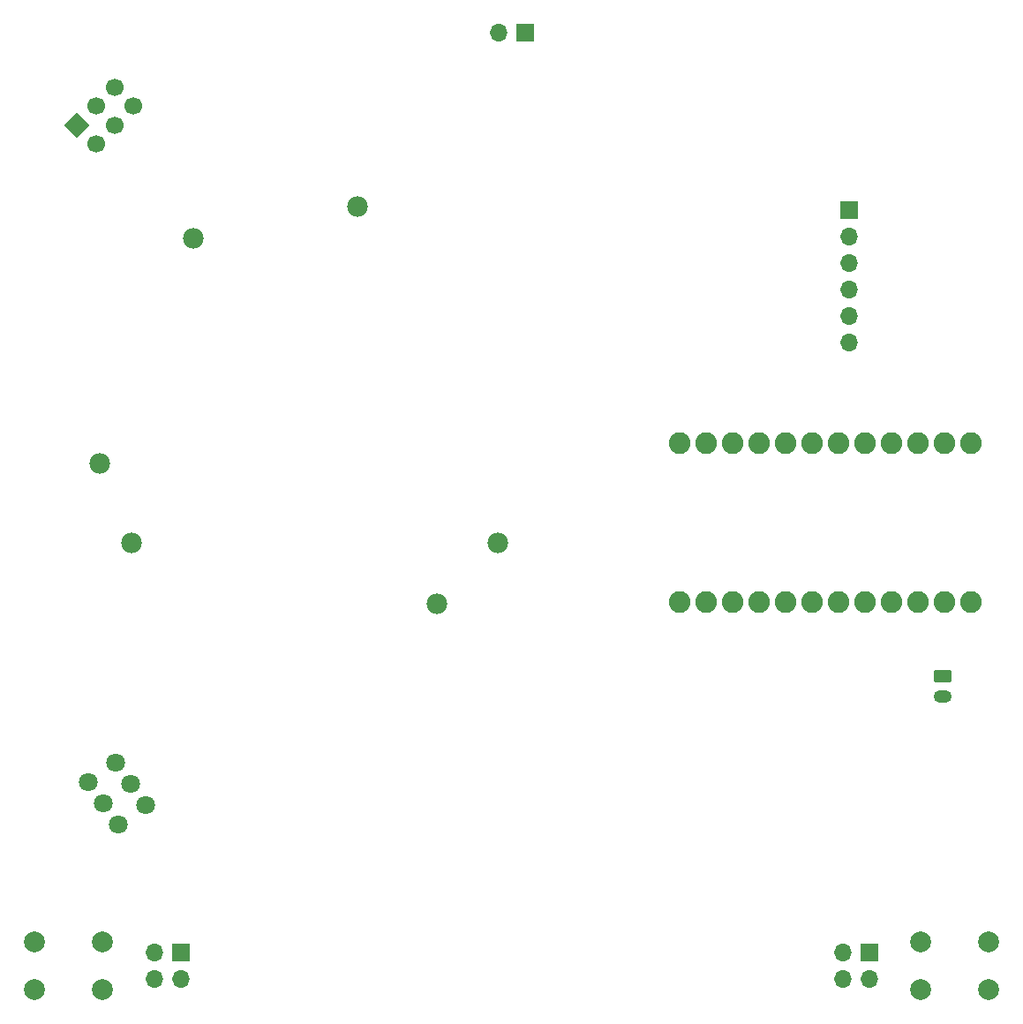
<source format=gbr>
%TF.GenerationSoftware,KiCad,Pcbnew,(6.0.7)*%
%TF.CreationDate,2022-08-23T13:49:22-07:00*%
%TF.ProjectId,DC31_Cnet_Badge_Rear,44433331-5f43-46e6-9574-5f4261646765,rev?*%
%TF.SameCoordinates,Original*%
%TF.FileFunction,Soldermask,Bot*%
%TF.FilePolarity,Negative*%
%FSLAX46Y46*%
G04 Gerber Fmt 4.6, Leading zero omitted, Abs format (unit mm)*
G04 Created by KiCad (PCBNEW (6.0.7)) date 2022-08-23 13:49:22*
%MOMM*%
%LPD*%
G01*
G04 APERTURE LIST*
G04 Aperture macros list*
%AMRoundRect*
0 Rectangle with rounded corners*
0 $1 Rounding radius*
0 $2 $3 $4 $5 $6 $7 $8 $9 X,Y pos of 4 corners*
0 Add a 4 corners polygon primitive as box body*
4,1,4,$2,$3,$4,$5,$6,$7,$8,$9,$2,$3,0*
0 Add four circle primitives for the rounded corners*
1,1,$1+$1,$2,$3*
1,1,$1+$1,$4,$5*
1,1,$1+$1,$6,$7*
1,1,$1+$1,$8,$9*
0 Add four rect primitives between the rounded corners*
20,1,$1+$1,$2,$3,$4,$5,0*
20,1,$1+$1,$4,$5,$6,$7,0*
20,1,$1+$1,$6,$7,$8,$9,0*
20,1,$1+$1,$8,$9,$2,$3,0*%
%AMHorizOval*
0 Thick line with rounded ends*
0 $1 width*
0 $2 $3 position (X,Y) of the first rounded end (center of the circle)*
0 $4 $5 position (X,Y) of the second rounded end (center of the circle)*
0 Add line between two ends*
20,1,$1,$2,$3,$4,$5,0*
0 Add two circle primitives to create the rounded ends*
1,1,$1,$2,$3*
1,1,$1,$4,$5*%
%AMRotRect*
0 Rectangle, with rotation*
0 The origin of the aperture is its center*
0 $1 length*
0 $2 width*
0 $3 Rotation angle, in degrees counterclockwise*
0 Add horizontal line*
21,1,$1,$2,0,0,$3*%
G04 Aperture macros list end*
%ADD10C,2.082800*%
%ADD11C,1.981200*%
%ADD12R,1.700000X1.700000*%
%ADD13O,1.700000X1.700000*%
%ADD14C,1.800000*%
%ADD15RoundRect,0.250000X-0.625000X0.350000X-0.625000X-0.350000X0.625000X-0.350000X0.625000X0.350000X0*%
%ADD16O,1.750000X1.200000*%
%ADD17RotRect,1.700000X1.700000X135.000000*%
%ADD18HorizOval,1.700000X0.000000X0.000000X0.000000X0.000000X0*%
%ADD19C,2.000000*%
G04 APERTURE END LIST*
D10*
%TO.C,B1*%
X144065000Y-92380000D03*
X141525000Y-92380000D03*
X138985000Y-92380000D03*
X136445000Y-92380000D03*
X133905000Y-92380000D03*
X131365000Y-92380000D03*
X128825000Y-92380000D03*
X126285000Y-92380000D03*
X123745000Y-92380000D03*
X121205000Y-92380000D03*
X118665000Y-92380000D03*
X116125000Y-92380000D03*
X116125000Y-107620000D03*
X118665000Y-107620000D03*
X121205000Y-107620000D03*
X123745000Y-107620000D03*
X126285000Y-107620000D03*
X128825000Y-107620000D03*
X131365000Y-107620000D03*
X133905000Y-107620000D03*
X136445000Y-107620000D03*
X138985000Y-107620000D03*
X141525000Y-107620000D03*
X144065000Y-107620000D03*
%TD*%
D11*
%TO.C,NP1*%
X69466800Y-72748600D03*
X85214800Y-69649800D03*
X98626000Y-101958600D03*
X92784000Y-107826000D03*
X63548600Y-101933200D03*
X60449800Y-94287800D03*
%TD*%
D12*
%TO.C,J1*%
X101250000Y-53025000D03*
D13*
X98710000Y-53025000D03*
%TD*%
D12*
%TO.C,U1*%
X132400000Y-70000000D03*
D13*
X132400000Y-72540000D03*
X132400000Y-75080000D03*
X132400000Y-77620000D03*
X132400000Y-80160000D03*
X132400000Y-82700000D03*
%TD*%
D12*
%TO.C,J2*%
X134290000Y-141250000D03*
D13*
X131750000Y-141250000D03*
X134290000Y-143790000D03*
X131750000Y-143790000D03*
%TD*%
D14*
%TO.C,S1*%
X62223298Y-128965602D03*
X60789357Y-126917722D03*
X59355416Y-124869842D03*
X64844585Y-127130157D03*
X63410643Y-125082277D03*
X61976702Y-123034397D03*
%TD*%
D15*
%TO.C,J5*%
X141300000Y-114700000D03*
D16*
X141300000Y-116700000D03*
%TD*%
D17*
%TO.C,J4*%
X58302388Y-61873277D03*
D18*
X60098439Y-63669328D03*
X60098439Y-60077226D03*
X61894490Y-61873277D03*
X61894490Y-58281175D03*
X63690542Y-60077226D03*
%TD*%
D12*
%TO.C,J3*%
X68290000Y-141250000D03*
D13*
X65750000Y-141250000D03*
X68290000Y-143790000D03*
X65750000Y-143790000D03*
%TD*%
D19*
%TO.C,SW2*%
X60750000Y-140250000D03*
X54250000Y-140250000D03*
X54250000Y-144750000D03*
X60750000Y-144750000D03*
%TD*%
%TO.C,SW1*%
X145750000Y-140250000D03*
X139250000Y-140250000D03*
X139250000Y-144750000D03*
X145750000Y-144750000D03*
%TD*%
M02*

</source>
